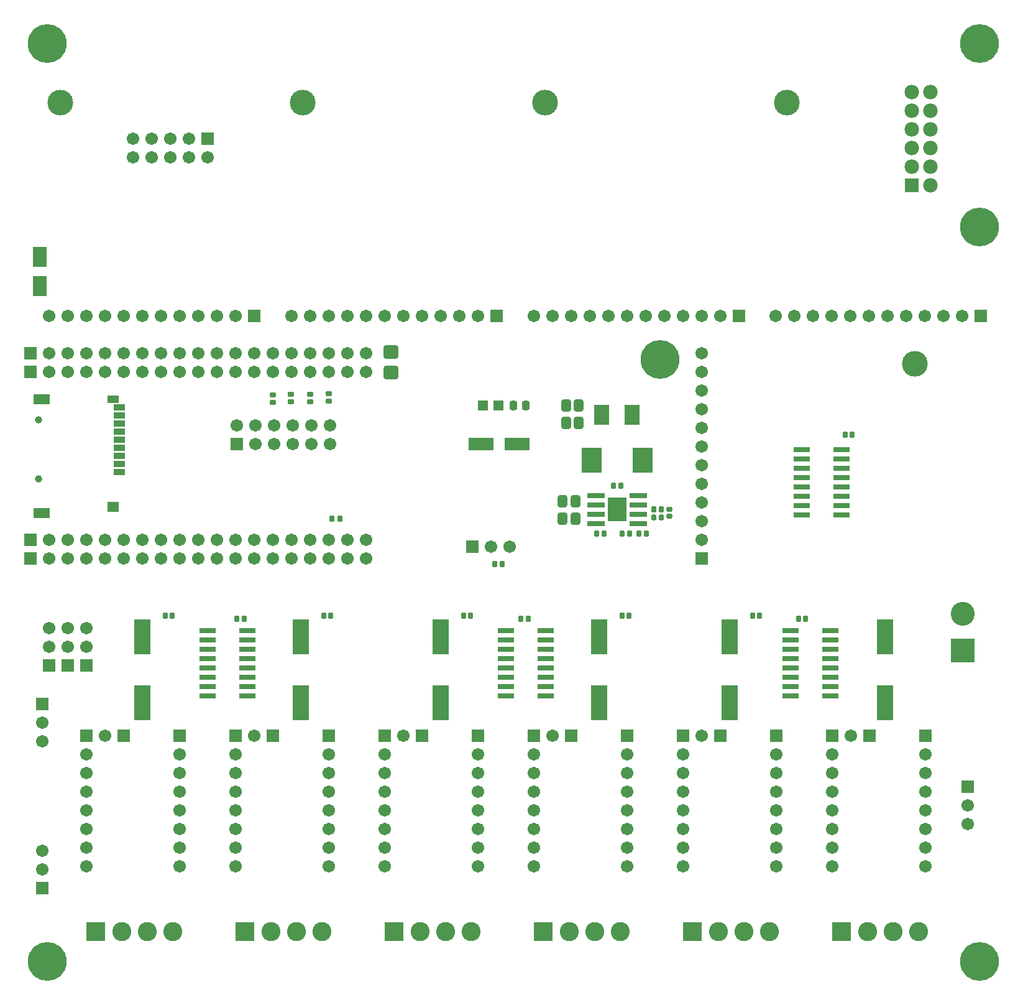
<source format=gbr>
G04 DipTrace 4.1.0.0*
G04 TopMask.gbr*
%MOIN*%
G04 #@! TF.FileFunction,Soldermask,Top*
G04 #@! TF.Part,Single*
%AMOUTLINE1*
4,1,28,
-0.005577,0.016008,
0.005577,0.016008,
0.007786,0.015717,
0.010088,0.014763,
0.012065,0.013246,
0.013582,0.011269,
0.014536,0.008967,
0.014827,0.006758,
0.014827,-0.006758,
0.014536,-0.008967,
0.013582,-0.011269,
0.012065,-0.013246,
0.010088,-0.014763,
0.007786,-0.015717,
0.005577,-0.016008,
-0.005577,-0.016008,
-0.007786,-0.015717,
-0.010088,-0.014763,
-0.012065,-0.013246,
-0.013582,-0.011269,
-0.014536,-0.008967,
-0.014827,-0.006758,
-0.014827,0.006758,
-0.014536,0.008967,
-0.013582,0.011269,
-0.012065,0.013246,
-0.010088,0.014763,
-0.007786,0.015717,
-0.005577,0.016008,
0*%
%AMOUTLINE4*
4,1,28,
0.005577,-0.016008,
-0.005577,-0.016008,
-0.007786,-0.015717,
-0.010088,-0.014763,
-0.012065,-0.013246,
-0.013582,-0.011269,
-0.014536,-0.008967,
-0.014827,-0.006758,
-0.014827,0.006758,
-0.014536,0.008967,
-0.013582,0.011269,
-0.012065,0.013246,
-0.010088,0.014763,
-0.007786,0.015717,
-0.005577,0.016008,
0.005577,0.016008,
0.007786,0.015717,
0.010088,0.014763,
0.012065,0.013246,
0.013582,0.011269,
0.014536,0.008967,
0.014827,0.006758,
0.014827,-0.006758,
0.014536,-0.008967,
0.013582,-0.011269,
0.012065,-0.013246,
0.010088,-0.014763,
0.007786,-0.015717,
0.005577,-0.016008,
0*%
%AMOUTLINE7*
4,1,28,
-0.026246,0.035496,
0.026246,0.035496,
0.029474,0.035071,
0.032726,0.033724,
0.035518,0.031581,
0.037661,0.028789,
0.039008,0.025537,
0.039433,0.022309,
0.039433,-0.022309,
0.039008,-0.025537,
0.037661,-0.028789,
0.035518,-0.031581,
0.032726,-0.033724,
0.029474,-0.035071,
0.026246,-0.035496,
-0.026246,-0.035496,
-0.029474,-0.035071,
-0.032726,-0.033724,
-0.035518,-0.031581,
-0.037661,-0.028789,
-0.039008,-0.025537,
-0.039433,-0.022309,
-0.039433,0.022309,
-0.039008,0.025537,
-0.037661,0.028789,
-0.035518,0.031581,
-0.032726,0.033724,
-0.029474,0.035071,
-0.026246,0.035496,
0*%
%AMOUTLINE10*
4,1,28,
-0.01227,0.032937,
0.01227,0.032937,
0.0156,0.032499,
0.018946,0.031112,
0.02182,0.028907,
0.024026,0.026033,
0.025412,0.022686,
0.02585,0.019357,
0.02585,-0.019357,
0.025412,-0.022686,
0.024026,-0.026033,
0.02182,-0.028907,
0.018946,-0.031112,
0.0156,-0.032499,
0.01227,-0.032937,
-0.01227,-0.032937,
-0.0156,-0.032499,
-0.018946,-0.031112,
-0.02182,-0.028907,
-0.024026,-0.026033,
-0.025412,-0.022686,
-0.02585,-0.019357,
-0.02585,0.019357,
-0.025412,0.022686,
-0.024026,0.026033,
-0.02182,0.028907,
-0.018946,0.031112,
-0.0156,0.032499,
-0.01227,0.032937,
0*%
%AMOUTLINE13*
4,1,28,
0.01227,-0.032937,
-0.01227,-0.032937,
-0.0156,-0.032499,
-0.018946,-0.031112,
-0.02182,-0.028907,
-0.024026,-0.026033,
-0.025412,-0.022686,
-0.02585,-0.019357,
-0.02585,0.019357,
-0.025412,0.022686,
-0.024026,0.026033,
-0.02182,0.028907,
-0.018946,0.031112,
-0.0156,0.032499,
-0.01227,0.032937,
0.01227,0.032937,
0.0156,0.032499,
0.018946,0.031112,
0.02182,0.028907,
0.024026,0.026033,
0.025412,0.022686,
0.02585,0.019357,
0.02585,-0.019357,
0.025412,-0.022686,
0.024026,-0.026033,
0.02182,-0.028907,
0.018946,-0.031112,
0.0156,-0.032499,
0.01227,-0.032937,
0*%
%AMOUTLINE16*
4,1,28,
0.005183,-0.015614,
-0.005183,-0.015614,
-0.007188,-0.01535,
-0.009301,-0.014475,
-0.011115,-0.013083,
-0.012507,-0.011269,
-0.013382,-0.009157,
-0.013646,-0.007152,
-0.013646,0.007152,
-0.013382,0.009157,
-0.012507,0.011269,
-0.011115,0.013083,
-0.009301,0.014475,
-0.007188,0.01535,
-0.005183,0.015614,
0.005183,0.015614,
0.007188,0.01535,
0.009301,0.014475,
0.011115,0.013083,
0.012507,0.011269,
0.013382,0.009157,
0.013646,0.007152,
0.013646,-0.007152,
0.013382,-0.009157,
0.012507,-0.011269,
0.011115,-0.013083,
0.009301,-0.014475,
0.007188,-0.01535,
0.005183,-0.015614,
0*%
%AMOUTLINE19*
4,1,28,
-0.005183,0.015614,
0.005183,0.015614,
0.007188,0.01535,
0.009301,0.014475,
0.011115,0.013083,
0.012507,0.011269,
0.013382,0.009157,
0.013646,0.007152,
0.013646,-0.007152,
0.013382,-0.009157,
0.012507,-0.011269,
0.011115,-0.013083,
0.009301,-0.014475,
0.007188,-0.01535,
0.005183,-0.015614,
-0.005183,-0.015614,
-0.007188,-0.01535,
-0.009301,-0.014475,
-0.011115,-0.013083,
-0.012507,-0.011269,
-0.013382,-0.009157,
-0.013646,-0.007152,
-0.013646,0.007152,
-0.013382,0.009157,
-0.012507,0.011269,
-0.011115,0.013083,
-0.009301,0.014475,
-0.007188,0.01535,
-0.005183,0.015614,
0*%
%AMOUTLINE22*
4,1,28,
-0.015614,-0.005183,
-0.015614,0.005183,
-0.01535,0.007188,
-0.014475,0.009301,
-0.013083,0.011115,
-0.011269,0.012507,
-0.009157,0.013382,
-0.007152,0.013646,
0.007152,0.013646,
0.009157,0.013382,
0.011269,0.012507,
0.013083,0.011115,
0.014475,0.009301,
0.01535,0.007188,
0.015614,0.005183,
0.015614,-0.005183,
0.01535,-0.007188,
0.014475,-0.009301,
0.013083,-0.011115,
0.011269,-0.012507,
0.009157,-0.013382,
0.007152,-0.013646,
-0.007152,-0.013646,
-0.009157,-0.013382,
-0.011269,-0.012507,
-0.013083,-0.011115,
-0.014475,-0.009301,
-0.01535,-0.007188,
-0.015614,-0.005183,
0*%
%AMOUTLINE25*
4,1,28,
0.015614,0.005183,
0.015614,-0.005183,
0.01535,-0.007188,
0.014475,-0.009301,
0.013083,-0.011115,
0.011269,-0.012507,
0.009157,-0.013382,
0.007152,-0.013646,
-0.007152,-0.013646,
-0.009157,-0.013382,
-0.011269,-0.012507,
-0.013083,-0.011115,
-0.014475,-0.009301,
-0.01535,-0.007188,
-0.015614,-0.005183,
-0.015614,0.005183,
-0.01535,0.007188,
-0.014475,0.009301,
-0.013083,0.011115,
-0.011269,0.012507,
-0.009157,0.013382,
-0.007152,0.013646,
0.007152,0.013646,
0.009157,0.013382,
0.011269,0.012507,
0.013083,0.011115,
0.014475,0.009301,
0.01535,0.007188,
0.015614,0.005183,
0*%
%AMOUTLINE28*
4,1,28,
-0.005577,0.016205,
0.005577,0.016205,
0.007684,0.015927,
0.009891,0.015013,
0.011787,0.013558,
0.013241,0.011663,
0.014156,0.009455,
0.014433,0.007349,
0.014433,-0.007349,
0.014156,-0.009455,
0.013241,-0.011663,
0.011787,-0.013558,
0.009891,-0.015013,
0.007684,-0.015927,
0.005577,-0.016205,
-0.005577,-0.016205,
-0.007684,-0.015927,
-0.009891,-0.015013,
-0.011787,-0.013558,
-0.013241,-0.011663,
-0.014156,-0.009455,
-0.014433,-0.007349,
-0.014433,0.007349,
-0.014156,0.009455,
-0.013241,0.011663,
-0.011787,0.013558,
-0.009891,0.015013,
-0.007684,0.015927,
-0.005577,0.016205,
0*%
%AMOUTLINE31*
4,1,28,
0.005577,-0.016205,
-0.005577,-0.016205,
-0.007684,-0.015927,
-0.009891,-0.015013,
-0.011787,-0.013558,
-0.013241,-0.011663,
-0.014156,-0.009455,
-0.014433,-0.007349,
-0.014433,0.007349,
-0.014156,0.009455,
-0.013241,0.011663,
-0.011787,0.013558,
-0.009891,0.015013,
-0.007684,0.015927,
-0.005577,0.016205,
0.005577,0.016205,
0.007684,0.015927,
0.009891,0.015013,
0.011787,0.013558,
0.013241,0.011663,
0.014156,0.009455,
0.014433,0.007349,
0.014433,-0.007349,
0.014156,-0.009455,
0.013241,-0.011663,
0.011787,-0.013558,
0.009891,-0.015013,
0.007684,-0.015927,
0.005577,-0.016205,
0*%
%AMOUTLINE34*
4,1,28,
-0.016205,-0.005577,
-0.016205,0.005577,
-0.015927,0.007684,
-0.015013,0.009891,
-0.013558,0.011787,
-0.011663,0.013241,
-0.009455,0.014156,
-0.007349,0.014433,
0.007349,0.014433,
0.009455,0.014156,
0.011663,0.013241,
0.013558,0.011787,
0.015013,0.009891,
0.015927,0.007684,
0.016205,0.005577,
0.016205,-0.005577,
0.015927,-0.007684,
0.015013,-0.009891,
0.013558,-0.011787,
0.011663,-0.013241,
0.009455,-0.014156,
0.007349,-0.014433,
-0.007349,-0.014433,
-0.009455,-0.014156,
-0.011663,-0.013241,
-0.013558,-0.011787,
-0.015013,-0.009891,
-0.015927,-0.007684,
-0.016205,-0.005577,
0*%
%AMOUTLINE37*
4,1,28,
0.016205,0.005577,
0.016205,-0.005577,
0.015927,-0.007684,
0.015013,-0.009891,
0.013558,-0.011787,
0.011663,-0.013241,
0.009455,-0.014156,
0.007349,-0.014433,
-0.007349,-0.014433,
-0.009455,-0.014156,
-0.011663,-0.013241,
-0.013558,-0.011787,
-0.015013,-0.009891,
-0.015927,-0.007684,
-0.016205,-0.005577,
-0.016205,0.005577,
-0.015927,0.007684,
-0.015013,0.009891,
-0.013558,0.011787,
-0.011663,0.013241,
-0.009455,0.014156,
-0.007349,0.014433,
0.007349,0.014433,
0.009455,0.014156,
0.011663,0.013241,
0.013558,0.011787,
0.015013,0.009891,
0.015927,0.007684,
0.016205,0.005577,
0*%
%AMOUTLINE40*
4,1,28,
0.008727,-0.025063,
-0.008727,-0.025063,
-0.011649,-0.024678,
-0.014616,-0.023449,
-0.017164,-0.021494,
-0.019119,-0.018946,
-0.020348,-0.015979,
-0.020732,-0.013057,
-0.020732,0.013057,
-0.020348,0.015979,
-0.019119,0.018946,
-0.017164,0.021494,
-0.014616,0.023449,
-0.011649,0.024678,
-0.008727,0.025063,
0.008727,0.025063,
0.011649,0.024678,
0.014616,0.023449,
0.017164,0.021494,
0.019119,0.018946,
0.020348,0.015979,
0.020732,0.013057,
0.020732,-0.013057,
0.020348,-0.015979,
0.019119,-0.018946,
0.017164,-0.021494,
0.014616,-0.023449,
0.011649,-0.024678,
0.008727,-0.025063,
0*%
%AMOUTLINE43*
4,1,28,
-0.008727,0.025063,
0.008727,0.025063,
0.011649,0.024678,
0.014616,0.023449,
0.017164,0.021494,
0.019119,0.018946,
0.020348,0.015979,
0.020732,0.013057,
0.020732,-0.013057,
0.020348,-0.015979,
0.019119,-0.018946,
0.017164,-0.021494,
0.014616,-0.023449,
0.011649,-0.024678,
0.008727,-0.025063,
-0.008727,-0.025063,
-0.011649,-0.024678,
-0.014616,-0.023449,
-0.017164,-0.021494,
-0.019119,-0.018946,
-0.020348,-0.015979,
-0.020732,-0.013057,
-0.020732,0.013057,
-0.020348,0.015979,
-0.019119,0.018946,
-0.017164,0.021494,
-0.014616,0.023449,
-0.011649,0.024678,
-0.008727,0.025063,
0*%
%ADD60C,0.137795*%
%ADD61C,0.03937*%
%ADD69R,0.102488X0.130047*%
%ADD71R,0.092646X0.025717*%
%ADD73R,0.08674X0.031622*%
%ADD75C,0.128*%
%ADD77R,0.128X0.128*%
%ADD79C,0.102488*%
%ADD81R,0.102488X0.102488*%
%ADD83R,0.063118X0.039496*%
%ADD85R,0.063118X0.055244*%
%ADD87R,0.08674X0.055244*%
%ADD89R,0.059181X0.035559*%
%ADD91C,0.208*%
%ADD93R,0.055244X0.055244*%
%ADD95R,0.082803X0.106425*%
%ADD97C,0.078*%
%ADD99R,0.078X0.078*%
%ADD101C,0.067055*%
%ADD103R,0.067055X0.067055*%
%ADD105R,0.106425X0.137921*%
%ADD107R,0.074929X0.106425*%
%ADD109R,0.132016X0.070992*%
%ADD111R,0.090677X0.185165*%
%ADD118OUTLINE1*%
%ADD121OUTLINE4*%
%ADD124OUTLINE7*%
%ADD127OUTLINE10*%
%ADD130OUTLINE13*%
%ADD133OUTLINE16*%
%ADD136OUTLINE19*%
%ADD139OUTLINE22*%
%ADD142OUTLINE25*%
%ADD145OUTLINE28*%
%ADD148OUTLINE31*%
%ADD151OUTLINE34*%
%ADD154OUTLINE37*%
%ADD157OUTLINE40*%
%ADD160OUTLINE43*%
%FSLAX26Y26*%
G04*
G70*
G90*
G75*
G01*
G04 TopMask*
%LPD*%
D118*
X1549610Y2369000D3*
D121*
X1588193D3*
D118*
X1166164Y2387749D3*
D121*
X1204747D3*
D118*
X2016164Y2387751D3*
D121*
X2054747D3*
D118*
X2766164D3*
D121*
X2804747D3*
D118*
X3616164D3*
D121*
X3654747D3*
D118*
X4315319D3*
D121*
X4353902D3*
X2971836Y2662751D3*
D118*
X2933253D3*
D124*
X2375249Y3799118D3*
Y3688882D3*
D118*
X3074610Y2369000D3*
D121*
X3113193D3*
D111*
X1044000Y1919000D3*
Y2273331D3*
D118*
X4562110Y2369000D3*
D121*
X4600693D3*
D111*
X1894000Y1919000D3*
Y2273331D3*
D118*
X4812209Y3356500D3*
D121*
X4850791D3*
D111*
X2644000Y1919000D3*
Y2273331D3*
D118*
X3570969Y3081500D3*
D121*
X3609551D3*
D127*
X3298035Y3000249D3*
D130*
X3364965D3*
D127*
X3298035Y2906500D3*
D130*
X3364965D3*
D127*
X3316785Y3512749D3*
D130*
X3383714D3*
D127*
X3316785Y3419000D3*
D130*
X3383714D3*
D109*
X3052955Y3306499D3*
X2860042D3*
D133*
X3825004Y2912749D3*
D136*
X3787996D3*
D111*
X3494000Y1919000D3*
Y2273331D3*
D139*
X3869000Y2919245D3*
D142*
Y2956253D3*
D111*
X4194000Y1919000D3*
Y2273331D3*
X5025251Y1919000D3*
Y2273331D3*
D107*
X494002Y4152751D3*
X494000Y4310231D3*
D105*
X3726087Y3219000D3*
X3454433D3*
D103*
X944000Y1744000D3*
D101*
X844000D3*
D103*
X744000D3*
D101*
Y1644000D3*
Y1544000D3*
Y1444000D3*
Y1344000D3*
Y1244000D3*
Y1144000D3*
Y1044000D3*
D103*
X1244000Y1744000D3*
D101*
Y1644000D3*
Y1544000D3*
Y1444000D3*
Y1344000D3*
Y1244000D3*
Y1144000D3*
Y1044000D3*
D103*
X444000Y3794000D3*
D101*
X544000D3*
X644000D3*
X744000D3*
X844000D3*
X944000D3*
X1044000D3*
X1144000D3*
X1244000D3*
X1344000D3*
X1444000D3*
X1544000D3*
X1644000D3*
X1744000D3*
X1844000D3*
X1944000D3*
X2044000D3*
X2144000D3*
X2244000D3*
D103*
X444000Y3694000D3*
D101*
X544000D3*
X644000D3*
X744000D3*
X844000D3*
X944000D3*
X1044000D3*
X1144000D3*
X1244000D3*
X1344000D3*
X1444000D3*
X1544000D3*
X1644000D3*
X1744000D3*
X1844000D3*
X1944000D3*
X2044000D3*
X2144000D3*
X2244000D3*
D103*
X444000Y2694000D3*
D101*
X544000D3*
X644000D3*
X744000D3*
X844000D3*
X944000D3*
X1044000D3*
X1144000D3*
X1244000D3*
X1344000D3*
X1444000D3*
X1544000D3*
X1644000D3*
X1744000D3*
X1844000D3*
X1944000D3*
X2044000D3*
X2144000D3*
X2244000D3*
D103*
X444000Y2794000D3*
D101*
X544000D3*
X644000D3*
X744000D3*
X844000D3*
X944000D3*
X1044000D3*
X1144000D3*
X1244000D3*
X1344000D3*
X1444000D3*
X1544000D3*
X1644000D3*
X1744000D3*
X1844000D3*
X1944000D3*
X2044000D3*
X2144000D3*
X2244000D3*
D103*
X1744000Y1744000D3*
D101*
X1644000D3*
D103*
X1544000D3*
D101*
Y1644000D3*
Y1544000D3*
Y1444000D3*
Y1344000D3*
Y1244000D3*
Y1144000D3*
Y1044000D3*
D103*
X2044000Y1744000D3*
D101*
Y1644000D3*
Y1544000D3*
Y1444000D3*
Y1344000D3*
Y1244000D3*
Y1144000D3*
Y1044000D3*
D103*
X1394000Y4944000D3*
D101*
Y4844000D3*
X1294000Y4944000D3*
Y4844000D3*
X1194000Y4944000D3*
Y4844000D3*
X1094000Y4944000D3*
Y4844000D3*
X994000Y4944000D3*
Y4844000D3*
D103*
X2544000Y1744000D3*
D101*
X2444000D3*
D103*
X2344000D3*
D101*
Y1644000D3*
Y1544000D3*
Y1444000D3*
Y1344000D3*
Y1244000D3*
Y1144000D3*
Y1044000D3*
D103*
X2844000Y1744000D3*
D101*
Y1644000D3*
Y1544000D3*
Y1444000D3*
Y1344000D3*
Y1244000D3*
Y1144000D3*
Y1044000D3*
D103*
X3344000Y1744000D3*
D101*
X3244000D3*
D103*
X3144000D3*
D101*
Y1644000D3*
Y1544000D3*
Y1444000D3*
Y1344000D3*
Y1244000D3*
Y1144000D3*
Y1044000D3*
D103*
X3644000Y1744000D3*
D101*
Y1644000D3*
Y1544000D3*
Y1444000D3*
Y1344000D3*
Y1244000D3*
Y1144000D3*
Y1044000D3*
D103*
X1551480Y3306598D3*
D101*
Y3406598D3*
X1651480Y3306598D3*
Y3406598D3*
X1751480Y3306598D3*
Y3406598D3*
X1851480Y3306598D3*
Y3406598D3*
X1951480Y3306598D3*
Y3406598D3*
X2051480Y3306598D3*
Y3406598D3*
D103*
X4144000Y1744000D3*
D101*
X4044000D3*
D103*
X3944000D3*
D101*
Y1644000D3*
Y1544000D3*
Y1444000D3*
Y1344000D3*
Y1244000D3*
Y1144000D3*
Y1044000D3*
D103*
X4444000Y1744000D3*
D101*
Y1644000D3*
Y1544000D3*
Y1444000D3*
Y1344000D3*
Y1244000D3*
Y1144000D3*
Y1044000D3*
D103*
X2812749Y2756500D3*
D101*
X2912749D3*
X3012749D3*
D103*
X5469000Y1469000D3*
D101*
Y1369000D3*
Y1269000D3*
D103*
X506500Y1912749D3*
D101*
Y1812749D3*
Y1712749D3*
D99*
X5169000Y4694000D3*
D97*
X5269000D3*
X5169000Y4794000D3*
X5269000D3*
X5169000Y4894000D3*
X5269000D3*
X5169000Y4994000D3*
X5269000D3*
X5169000Y5094000D3*
X5269000D3*
X5169000Y5194000D3*
X5269000D3*
D103*
X4944000Y1744000D3*
D101*
X4844000D3*
D103*
X4744000D3*
D101*
Y1644000D3*
Y1544000D3*
Y1444000D3*
Y1344000D3*
Y1244000D3*
Y1144000D3*
Y1044000D3*
D103*
X5244000Y1744000D3*
D101*
Y1644000D3*
Y1544000D3*
Y1444000D3*
Y1344000D3*
Y1244000D3*
Y1144000D3*
Y1044000D3*
D103*
X744000Y2119000D3*
D101*
Y2219000D3*
Y2319000D3*
D103*
X544000Y2119000D3*
D101*
Y2219000D3*
Y2319000D3*
D103*
X506500Y925249D3*
D101*
Y1025249D3*
Y1125249D3*
D103*
X644000Y2119000D3*
D101*
Y2219000D3*
Y2319000D3*
D95*
X3668458Y3462749D3*
X3507041D3*
D93*
X2954088Y3512749D3*
X2871411D3*
D91*
X5531795Y531795D3*
Y5453055D3*
X531795D3*
Y531795D3*
X3819199Y3760100D3*
X5531801Y4468801D3*
D103*
X1644005Y3994000D3*
D101*
X1544005D3*
X1444005D3*
X1344005D3*
X1244005D3*
X1144005D3*
X1044005D3*
X944005D3*
X844014D3*
X744014D3*
X644014D3*
X544014D3*
D60*
X601874Y5135732D3*
D103*
X2944005Y3994000D3*
D101*
X2844005D3*
X2744005D3*
X2644005D3*
X2544005D3*
X2444005D3*
X2344005D3*
X2244005D3*
X2144014D3*
X2044014D3*
X1944014D3*
X1844014D3*
D60*
X1901874Y5135732D3*
D103*
X4244005Y3994000D3*
D101*
X4144005D3*
X4044005D3*
X3944005D3*
X3844005D3*
X3744005D3*
X3644005D3*
X3544005D3*
X3444014D3*
X3344014D3*
X3244014D3*
X3144014D3*
D60*
X3201874Y5135732D3*
D103*
X5540406Y3994000D3*
D101*
X5440406D3*
X5340406D3*
X5240406D3*
X5140406D3*
X5040406D3*
X4940406D3*
X4840406D3*
X4740415D3*
X4640415D3*
X4540415D3*
X4440415D3*
D60*
X4498274Y5135732D3*
D103*
X4044000Y2694008D3*
D101*
Y2794008D3*
Y2894008D3*
Y2994008D3*
Y3094008D3*
Y3194008D3*
Y3294008D3*
Y3394008D3*
Y3493999D3*
Y3593999D3*
Y3693999D3*
Y3793999D3*
D60*
X5185732Y3736139D3*
D145*
X2061224Y2906500D3*
D148*
X2101776D3*
X3658025Y2825249D3*
D145*
X3617474D3*
D148*
X3520525D3*
D145*
X3479974D3*
D148*
X3826776Y2956745D3*
D145*
X3786224D3*
D148*
X3745525Y2825250D3*
D145*
X3704974Y2825249D3*
D151*
X1744000Y3529974D3*
D154*
Y3570525D3*
D151*
X1840850Y3533173D3*
D154*
Y3573724D3*
D151*
X1942867Y3533173D3*
D154*
Y3573724D3*
D151*
X2044000Y3536224D3*
D154*
Y3576776D3*
D157*
X3098297Y3512749D3*
D160*
X3031761D3*
D89*
X919000Y3156500D3*
Y3199807D3*
Y3243114D3*
Y3286421D3*
Y3329728D3*
Y3373035D3*
Y3416343D3*
Y3459650D3*
Y3502957D3*
D87*
X503646Y2935240D3*
D85*
X885535Y2968311D3*
D83*
Y3546264D3*
D87*
X503646D3*
D61*
X487898Y3435634D3*
Y3120673D3*
D81*
X793907Y694000D3*
D79*
X931702D3*
X1069497D3*
X1207293D3*
D81*
X1593907D3*
D79*
X1731702D3*
X1869497D3*
X2007293D3*
D81*
X2393907D3*
D79*
X2531702D3*
X2669497D3*
X2807293D3*
D77*
X5443999Y2200249D3*
D75*
Y2397100D3*
D81*
X3193907Y694000D3*
D79*
X3331702D3*
X3469497D3*
X3607293D3*
D81*
X3993907D3*
D79*
X4131702D3*
X4269497D3*
X4407293D3*
D81*
X4793907D3*
D79*
X4931702D3*
X5069497D3*
X5207293D3*
D73*
X1394000Y2306500D3*
Y2256500D3*
Y2206500D3*
Y2156500D3*
Y2106500D3*
Y2056500D3*
Y2006500D3*
Y1956500D3*
X1606598D3*
Y2006500D3*
Y2056500D3*
Y2106500D3*
Y2156500D3*
Y2206500D3*
Y2256500D3*
Y2306500D3*
X2994000D3*
Y2256500D3*
Y2206500D3*
Y2156500D3*
Y2106500D3*
Y2056500D3*
Y2006500D3*
Y1956500D3*
X3206598D3*
Y2006500D3*
Y2056500D3*
Y2106500D3*
Y2156500D3*
Y2206500D3*
Y2256500D3*
Y2306500D3*
X4519000D3*
Y2256500D3*
Y2206500D3*
Y2156500D3*
Y2106500D3*
Y2056500D3*
Y2006500D3*
Y1956500D3*
X4731598D3*
Y2006500D3*
Y2056500D3*
Y2106500D3*
Y2156500D3*
Y2206500D3*
Y2256500D3*
Y2306500D3*
X4581450Y3275249D3*
Y3225249D3*
Y3175249D3*
Y3125249D3*
Y3075249D3*
Y3025249D3*
Y2975249D3*
Y2925249D3*
X4794049D3*
Y2975249D3*
Y3025249D3*
Y3075249D3*
Y3125249D3*
Y3175249D3*
Y3225249D3*
Y3275249D3*
D71*
X3477071Y3030122D3*
Y2980122D3*
Y2930122D3*
Y2880122D3*
X3703449D3*
Y2930122D3*
Y2980122D3*
Y3030122D3*
D69*
X3590260Y2955122D3*
M02*

</source>
